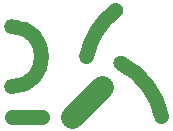
<source format=gbr>
G04 Test drawing with circular apertures*
G04 Hand coded by Julian Lamb *
%MOIN*%
%FSLAX23Y23*%
%ADD10C,0.050*%
G04 Note: aperture 11 has a round hole in it, but this shouldn't ever show when*
G04  drawing with it (only should show in flashes)*
%ADD11C,0.075X0.050*%

G04 No hole, centered at 0,0 *
G54D10*
G04 Recenter to 0,0
G01X0Y0D02*
G04 Draw a line segment*
X00100Y0D01*
G04 Turn off for a segment*
X00200Y0D02*
G04 Draw another line at angle*
G54D11*
X00300Y00100D01*
G04 Turn off for a segment*
X0Y00100D02*
G54D10*
G04 Turn on circular interpolation*
G75*
G03*
X0Y00300I0J00100D01*

G04 Turn off for a segment*
X00500Y00D02*
G04 Draw a larger radius arc*
G03*
X00350Y00150I-00250J-00050D01*

G04 Turn off for a segment*
X00250Y00200D02*
G04 Draw a larger clockwise radius arc*
G02*
X00350Y00350I00250J-00050D01*

M02*

</source>
